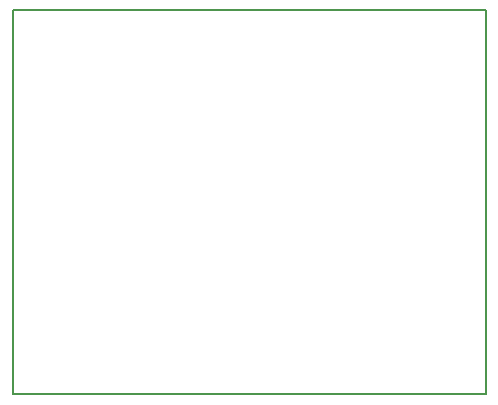
<source format=gbr>
G04 PROTEUS GERBER X2 FILE*
%TF.GenerationSoftware,Labcenter,Proteus,8.6-SP2-Build23525*%
%TF.CreationDate,2021-09-08T15:11:20+00:00*%
%TF.FileFunction,NonPlated,1,2,NPTH*%
%TF.FilePolarity,Positive*%
%TF.Part,Single*%
%FSLAX45Y45*%
%MOMM*%
G01*
%TA.AperFunction,Profile*%
%ADD19C,0.203200*%
%TD.AperFunction*%
D19*
X+0Y+500000D02*
X+4000000Y+500000D01*
X+4000000Y+3750000D01*
X+0Y+3750000D01*
X+0Y+500000D01*
M02*

</source>
